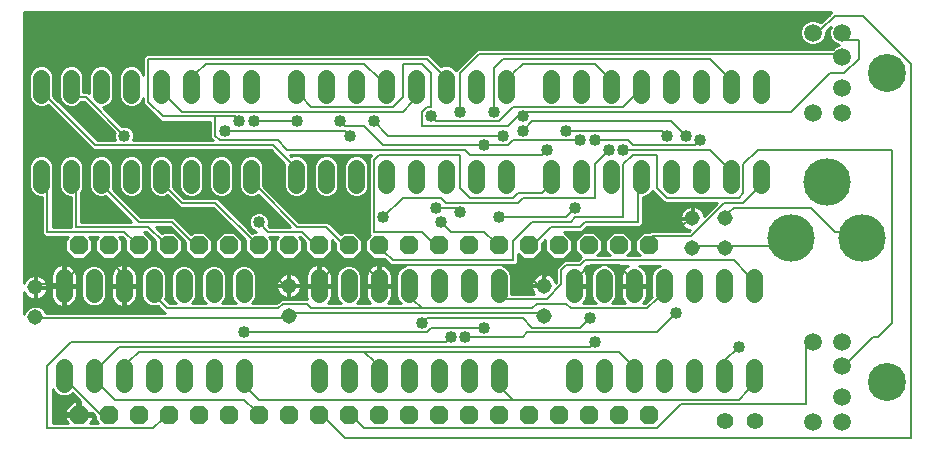
<source format=gbl>
G75*
G70*
%OFA0B0*%
%FSLAX24Y24*%
%IPPOS*%
%LPD*%
%AMOC8*
5,1,8,0,0,1.08239X$1,22.5*
%
%ADD10OC8,0.0630*%
%ADD11C,0.0560*%
%ADD12C,0.0516*%
%ADD13C,0.0594*%
%ADD14C,0.1266*%
%ADD15C,0.1580*%
%ADD16C,0.0560*%
%ADD17C,0.0080*%
%ADD18C,0.0400*%
%ADD19C,0.0100*%
D10*
X002151Y001806D03*
X003151Y001806D03*
X004151Y001806D03*
X005151Y001806D03*
X006151Y001806D03*
X007151Y001806D03*
X008151Y001806D03*
X009151Y001806D03*
X010151Y001806D03*
X011151Y001806D03*
X012151Y001806D03*
X013151Y001806D03*
X014151Y001806D03*
X015151Y001806D03*
X016151Y001806D03*
X017151Y001806D03*
X018151Y001806D03*
X019151Y001806D03*
X020151Y001806D03*
X021151Y001806D03*
X021151Y007456D03*
X020151Y007456D03*
X019151Y007456D03*
X018151Y007456D03*
X017151Y007456D03*
X016151Y007456D03*
X015151Y007456D03*
X014151Y007456D03*
X013151Y007456D03*
X012151Y007456D03*
X011151Y007456D03*
X010151Y007456D03*
X009151Y007456D03*
X008151Y007456D03*
X007151Y007456D03*
X006151Y007456D03*
X005151Y007456D03*
X004151Y007456D03*
X003151Y007456D03*
X002151Y007456D03*
D11*
X001651Y006386D02*
X001651Y005826D01*
X002651Y005826D02*
X002651Y006386D01*
X003651Y006386D02*
X003651Y005826D01*
X004651Y005826D02*
X004651Y006386D01*
X005651Y006386D02*
X005651Y005826D01*
X006651Y005826D02*
X006651Y006386D01*
X007651Y006386D02*
X007651Y005826D01*
X010151Y005826D02*
X010151Y006386D01*
X011151Y006386D02*
X011151Y005826D01*
X012151Y005826D02*
X012151Y006386D01*
X013151Y006386D02*
X013151Y005826D01*
X014151Y005826D02*
X014151Y006386D01*
X015151Y006386D02*
X015151Y005826D01*
X016151Y005826D02*
X016151Y006386D01*
X018651Y006386D02*
X018651Y005826D01*
X019651Y005826D02*
X019651Y006386D01*
X020651Y006386D02*
X020651Y005826D01*
X021651Y005826D02*
X021651Y006386D01*
X022651Y006386D02*
X022651Y005826D01*
X023651Y005826D02*
X023651Y006386D01*
X024651Y006386D02*
X024651Y005826D01*
X024651Y003386D02*
X024651Y002826D01*
X023651Y002826D02*
X023651Y003386D01*
X022651Y003386D02*
X022651Y002826D01*
X021651Y002826D02*
X021651Y003386D01*
X020651Y003386D02*
X020651Y002826D01*
X019651Y002826D02*
X019651Y003386D01*
X018651Y003386D02*
X018651Y002826D01*
X016151Y002826D02*
X016151Y003386D01*
X015151Y003386D02*
X015151Y002826D01*
X014151Y002826D02*
X014151Y003386D01*
X013151Y003386D02*
X013151Y002826D01*
X012151Y002826D02*
X012151Y003386D01*
X011151Y003386D02*
X011151Y002826D01*
X010151Y002826D02*
X010151Y003386D01*
X007651Y003386D02*
X007651Y002826D01*
X006651Y002826D02*
X006651Y003386D01*
X005651Y003386D02*
X005651Y002826D01*
X004651Y002826D02*
X004651Y003386D01*
X003651Y003386D02*
X003651Y002826D01*
X002651Y002826D02*
X002651Y003386D01*
X001651Y003386D02*
X001651Y002826D01*
X001901Y009476D02*
X001901Y010036D01*
X000901Y010036D02*
X000901Y009476D01*
X002901Y009476D02*
X002901Y010036D01*
X003901Y010036D02*
X003901Y009476D01*
X004901Y009476D02*
X004901Y010036D01*
X005901Y010036D02*
X005901Y009476D01*
X006901Y009476D02*
X006901Y010036D01*
X007901Y010036D02*
X007901Y009476D01*
X009401Y009476D02*
X009401Y010036D01*
X010401Y010036D02*
X010401Y009476D01*
X011401Y009476D02*
X011401Y010036D01*
X012401Y010036D02*
X012401Y009476D01*
X013401Y009476D02*
X013401Y010036D01*
X014401Y010036D02*
X014401Y009476D01*
X015401Y009476D02*
X015401Y010036D01*
X016401Y010036D02*
X016401Y009476D01*
X017901Y009476D02*
X017901Y010036D01*
X018901Y010036D02*
X018901Y009476D01*
X019901Y009476D02*
X019901Y010036D01*
X020901Y010036D02*
X020901Y009476D01*
X021901Y009476D02*
X021901Y010036D01*
X022901Y010036D02*
X022901Y009476D01*
X023901Y009476D02*
X023901Y010036D01*
X024901Y010036D02*
X024901Y009476D01*
X024901Y012476D02*
X024901Y013036D01*
X023901Y013036D02*
X023901Y012476D01*
X022901Y012476D02*
X022901Y013036D01*
X021901Y013036D02*
X021901Y012476D01*
X020901Y012476D02*
X020901Y013036D01*
X019901Y013036D02*
X019901Y012476D01*
X018901Y012476D02*
X018901Y013036D01*
X017901Y013036D02*
X017901Y012476D01*
X016401Y012476D02*
X016401Y013036D01*
X015401Y013036D02*
X015401Y012476D01*
X014401Y012476D02*
X014401Y013036D01*
X013401Y013036D02*
X013401Y012476D01*
X012401Y012476D02*
X012401Y013036D01*
X011401Y013036D02*
X011401Y012476D01*
X010401Y012476D02*
X010401Y013036D01*
X009401Y013036D02*
X009401Y012476D01*
X007901Y012476D02*
X007901Y013036D01*
X006901Y013036D02*
X006901Y012476D01*
X005901Y012476D02*
X005901Y013036D01*
X004901Y013036D02*
X004901Y012476D01*
X003901Y012476D02*
X003901Y013036D01*
X002901Y013036D02*
X002901Y012476D01*
X001901Y012476D02*
X001901Y013036D01*
X000901Y013036D02*
X000901Y012476D01*
D12*
X000701Y006056D03*
X000701Y005056D03*
X009151Y005106D03*
X009151Y006106D03*
X017651Y006106D03*
X017651Y005106D03*
X022601Y007356D03*
X023701Y007356D03*
X023701Y008356D03*
X022601Y008356D03*
D13*
X026620Y011867D03*
X027605Y011867D03*
X027605Y012694D03*
X027605Y013717D03*
X027605Y014544D03*
X026620Y014544D03*
X026620Y004244D03*
X027605Y004244D03*
X027605Y003417D03*
X027605Y002394D03*
X027605Y001567D03*
X026620Y001567D03*
D14*
X029101Y002906D03*
X029101Y013206D03*
D15*
X027089Y009556D03*
X028270Y007706D03*
X025907Y007706D03*
D16*
X024701Y001606D03*
X023701Y001606D03*
D17*
X004631Y001346D02*
X001111Y001346D01*
X001111Y003426D01*
X001911Y004226D01*
X014391Y004226D01*
X014551Y004386D01*
X015031Y004386D02*
X016951Y004386D01*
X017111Y004546D01*
X021431Y004546D01*
X022071Y005186D01*
X021431Y005666D02*
X021651Y006106D01*
X021431Y005666D02*
X021111Y005346D01*
X018551Y005346D01*
X018391Y005506D01*
X017431Y005506D01*
X017271Y005346D01*
X013591Y005346D01*
X009911Y005346D01*
X009751Y005506D01*
X008951Y005506D01*
X008791Y005346D01*
X005111Y005346D01*
X004791Y005666D01*
X004651Y006106D01*
X003651Y006106D02*
X003511Y006626D01*
X003351Y006786D01*
X008311Y006786D01*
X008951Y006146D01*
X009151Y006106D01*
X010151Y006106D02*
X010391Y006466D01*
X010711Y006786D01*
X011671Y006786D01*
X016791Y006786D01*
X017431Y006146D01*
X017651Y006106D01*
X017591Y006306D01*
X018231Y006946D01*
X018711Y006946D01*
X018711Y007746D01*
X018871Y007906D01*
X019031Y007906D01*
X019191Y008066D01*
X022231Y008066D01*
X022391Y008226D01*
X022601Y008356D01*
X022551Y007746D02*
X021271Y007746D01*
X021151Y007456D01*
X020471Y006466D02*
X020151Y006786D01*
X019191Y006786D01*
X018871Y006466D01*
X018651Y006106D01*
X018231Y006146D02*
X018231Y006626D01*
X018391Y006786D01*
X018871Y006786D01*
X019031Y006946D01*
X023991Y006946D01*
X024471Y006466D01*
X024651Y006106D01*
X023831Y007426D02*
X023701Y007356D01*
X023511Y007426D01*
X022711Y007426D01*
X022601Y007356D01*
X022551Y007746D02*
X023671Y008866D01*
X024311Y008866D01*
X024791Y009346D01*
X024901Y009756D01*
X024311Y010146D02*
X024311Y009186D01*
X024151Y009026D01*
X021751Y009026D01*
X021431Y009346D01*
X021431Y010466D01*
X020631Y010466D01*
X020311Y010146D01*
X020311Y008386D01*
X018711Y008386D01*
X018551Y008226D01*
X017271Y008226D01*
X016631Y007586D01*
X016631Y006946D01*
X012631Y006946D01*
X012311Y007266D01*
X012151Y007456D01*
X011991Y007906D02*
X013591Y007906D01*
X013911Y007586D01*
X014151Y007456D01*
X014551Y007906D02*
X015671Y007906D01*
X015991Y007586D01*
X016151Y007456D01*
X017151Y007456D02*
X017431Y007586D01*
X017911Y008066D01*
X018871Y008066D01*
X019031Y008226D01*
X020791Y008226D01*
X020791Y009346D01*
X020901Y009756D01*
X020311Y010626D02*
X023191Y010626D01*
X023671Y010146D01*
X023901Y009756D01*
X024311Y010146D02*
X024791Y010626D01*
X029271Y010626D01*
X029271Y004866D01*
X028791Y004386D01*
X028631Y004386D01*
X027831Y003586D01*
X027605Y003417D01*
X026620Y004244D02*
X026391Y004066D01*
X026391Y002146D01*
X022231Y002146D01*
X021431Y001346D01*
X011671Y001346D01*
X011351Y001666D01*
X011151Y001806D01*
X010391Y001666D02*
X010151Y001806D01*
X010391Y001666D02*
X011031Y001026D01*
X029911Y001026D01*
X029911Y013506D01*
X028311Y015106D01*
X027351Y015106D01*
X026871Y014626D01*
X026620Y014544D01*
X027605Y014544D02*
X027671Y014306D01*
X028151Y014306D01*
X028151Y013666D01*
X027671Y013186D01*
X027191Y013186D01*
X025911Y011906D01*
X017111Y011906D01*
X016951Y011746D01*
X016791Y011746D01*
X016471Y011426D01*
X013591Y011426D01*
X013591Y011906D01*
X013751Y012066D01*
X013911Y012066D01*
X013911Y013186D01*
X013591Y013506D01*
X012951Y013506D01*
X012951Y012386D01*
X012631Y012066D01*
X009911Y012066D01*
X009591Y012386D01*
X009401Y012756D01*
X007511Y011586D02*
X007351Y011746D01*
X006711Y011746D01*
X006711Y011106D01*
X006871Y010946D01*
X008791Y010946D01*
X009111Y010626D01*
X015031Y010626D01*
X015191Y010466D01*
X017591Y010466D01*
X017751Y010626D01*
X016631Y010946D02*
X016471Y010786D01*
X015671Y010786D01*
X012311Y010786D01*
X011671Y011426D01*
X011031Y011426D01*
X010871Y011586D01*
X011031Y011266D02*
X007031Y011266D01*
X006711Y011746D02*
X004951Y011746D01*
X004471Y012226D01*
X004471Y013666D01*
X013751Y013666D01*
X014231Y013186D01*
X014401Y012756D01*
X014871Y013186D02*
X014871Y011906D01*
X014071Y011586D02*
X013911Y011746D01*
X014071Y011586D02*
X016151Y011586D01*
X016631Y012066D01*
X020311Y012066D01*
X020631Y012386D01*
X020901Y012756D01*
X019901Y012756D02*
X019671Y013186D01*
X019351Y013506D01*
X016951Y013506D01*
X016631Y013186D01*
X016401Y012756D01*
X015991Y013346D02*
X015991Y011906D01*
X016951Y011266D02*
X017271Y011586D01*
X021911Y011586D01*
X022391Y011106D01*
X022711Y010786D02*
X022871Y010946D01*
X022711Y010786D02*
X020631Y010786D01*
X020471Y010946D01*
X019351Y010946D01*
X018871Y010946D02*
X016631Y010946D01*
X016311Y011106D02*
X012471Y011106D01*
X011991Y011586D01*
X011191Y011106D02*
X011031Y011266D01*
X011991Y010306D02*
X012151Y010466D01*
X014871Y010466D01*
X014871Y009346D01*
X015191Y009026D01*
X016631Y009026D01*
X016791Y009186D01*
X017591Y009186D01*
X017751Y009346D01*
X017901Y009756D01*
X016951Y009026D02*
X016791Y008866D01*
X014391Y008866D01*
X014231Y009026D01*
X012951Y009026D01*
X012311Y008386D01*
X011991Y007906D02*
X011991Y010306D01*
X009401Y009756D02*
X009271Y010146D01*
X008631Y010786D01*
X002711Y010786D01*
X001111Y012386D01*
X000901Y012756D01*
X001901Y012756D02*
X002071Y012386D01*
X002391Y012386D01*
X003671Y011106D01*
X005111Y012386D02*
X005591Y011906D01*
X012951Y011906D01*
X013271Y012226D01*
X013401Y012756D01*
X012401Y012756D02*
X012151Y013026D01*
X011671Y013506D01*
X006391Y013506D01*
X006071Y013186D01*
X005901Y012756D01*
X005111Y012386D02*
X004901Y012756D01*
X007991Y011586D02*
X009431Y011586D01*
X007901Y009756D02*
X008151Y009346D01*
X009431Y008066D01*
X010391Y008066D01*
X010871Y007586D01*
X011151Y007456D01*
X011671Y006786D02*
X011991Y006466D01*
X012151Y006106D01*
X013151Y006106D02*
X013271Y005666D01*
X013591Y005346D01*
X013751Y005026D02*
X013591Y004866D01*
X013751Y005026D02*
X016951Y005026D01*
X017271Y004706D01*
X018871Y004706D01*
X019191Y005026D01*
X019351Y004226D02*
X019191Y004066D01*
X003511Y004066D01*
X002871Y003426D01*
X002651Y003106D01*
X002871Y002786D01*
X003351Y002306D01*
X007671Y002306D01*
X007991Y001986D01*
X008151Y001806D01*
X008151Y002306D02*
X016631Y002306D01*
X024151Y002306D01*
X024471Y002626D01*
X024651Y003106D01*
X023651Y003106D02*
X023671Y003586D01*
X024151Y004066D01*
X020651Y003106D02*
X020471Y003586D01*
X020151Y003906D01*
X011671Y003906D01*
X011991Y003586D01*
X012151Y003106D01*
X011671Y003906D02*
X004151Y003906D01*
X003831Y003586D01*
X003651Y003106D01*
X002871Y001826D02*
X001911Y002786D01*
X001651Y003106D01*
X002871Y001826D02*
X003151Y001806D01*
X004631Y001346D02*
X004951Y001666D01*
X005151Y001806D01*
X007831Y002626D02*
X007651Y003106D01*
X007831Y002626D02*
X008151Y002306D01*
X007671Y004546D02*
X013751Y004546D01*
X013911Y004706D01*
X015671Y004706D01*
X017431Y005186D02*
X017651Y005106D01*
X017431Y005186D02*
X009271Y005186D01*
X009151Y005106D01*
X008951Y005026D01*
X000951Y005026D01*
X000701Y005056D01*
X000701Y006056D02*
X000951Y006146D01*
X001431Y006146D01*
X001651Y006106D01*
X001911Y006466D01*
X002231Y006786D01*
X003351Y006786D01*
X003991Y007586D02*
X004151Y007456D01*
X003991Y007586D02*
X003671Y007906D01*
X001111Y007906D01*
X001111Y009346D01*
X000901Y009756D01*
X001901Y009756D02*
X002071Y009346D01*
X002071Y008066D01*
X004471Y008066D01*
X004951Y007586D01*
X005151Y007456D01*
X005911Y007586D02*
X006151Y007456D01*
X005911Y007586D02*
X005271Y008226D01*
X004151Y008226D01*
X003031Y009346D01*
X002901Y009756D01*
X004901Y009756D02*
X005111Y009346D01*
X005591Y008866D01*
X006711Y008866D01*
X007991Y007586D01*
X008151Y007456D01*
X008471Y007906D02*
X009591Y007906D01*
X009911Y007586D01*
X010151Y007456D01*
X008471Y007906D02*
X008151Y008226D01*
X014071Y008706D02*
X014711Y008706D01*
X014871Y008546D01*
X014231Y008226D02*
X014551Y007906D01*
X016151Y008386D02*
X018391Y008386D01*
X018711Y008706D01*
X019351Y009026D02*
X016951Y009026D01*
X019351Y009026D02*
X019351Y010146D01*
X019831Y010626D01*
X018391Y011266D02*
X021591Y011266D01*
X021751Y011106D01*
X023901Y012756D02*
X023671Y013186D01*
X023191Y013666D01*
X016311Y013666D01*
X015991Y013346D01*
X015511Y013826D02*
X014871Y013186D01*
X015511Y013826D02*
X027351Y013826D01*
X027605Y013717D01*
X026551Y008706D02*
X023991Y008706D01*
X023831Y008546D01*
X023701Y008356D01*
X023831Y007426D02*
X025271Y007426D01*
X025907Y007706D01*
X026551Y008706D02*
X027351Y007906D01*
X027511Y007906D01*
X028270Y007706D01*
X020651Y006106D02*
X020471Y006466D01*
X018231Y006146D02*
X017751Y005666D01*
X016311Y005666D01*
X016151Y006106D01*
X016151Y003106D02*
X016311Y002626D01*
X016631Y002306D01*
D18*
X019351Y004226D03*
X019191Y005026D03*
X022071Y005186D03*
X024151Y004066D03*
X015671Y004706D03*
X015031Y004386D03*
X014551Y004386D03*
X013591Y004866D03*
X007671Y004546D03*
X008151Y008226D03*
X012311Y008386D03*
X014071Y008706D03*
X014871Y008546D03*
X014231Y008226D03*
X016151Y008386D03*
X018711Y008706D03*
X017751Y010626D03*
X018391Y011266D03*
X018871Y010946D03*
X019351Y010946D03*
X019831Y010626D03*
X020311Y010626D03*
X021751Y011106D03*
X022391Y011106D03*
X022871Y010946D03*
X016951Y011266D03*
X016311Y011106D03*
X015671Y010786D03*
X016951Y011746D03*
X015991Y011906D03*
X014871Y011906D03*
X013911Y011746D03*
X011991Y011586D03*
X011191Y011106D03*
X010871Y011586D03*
X009431Y011586D03*
X007991Y011586D03*
X007511Y011586D03*
X007031Y011266D03*
X003671Y011106D03*
D19*
X003969Y011250D02*
X006541Y011250D01*
X006541Y011348D02*
X003895Y011348D01*
X003858Y011385D02*
X003737Y011435D01*
X003606Y011435D01*
X003589Y011428D01*
X002951Y012066D01*
X002983Y012066D01*
X003133Y012128D01*
X003249Y012243D01*
X003311Y012394D01*
X003311Y013117D01*
X003249Y013268D01*
X003133Y013383D01*
X002983Y013445D01*
X002820Y013445D01*
X002669Y013383D01*
X002554Y013268D01*
X002491Y013117D01*
X002491Y012526D01*
X002462Y012555D01*
X002311Y012555D01*
X002311Y013117D01*
X002249Y013268D01*
X002133Y013383D01*
X001983Y013445D01*
X001820Y013445D01*
X001669Y013383D01*
X001554Y013268D01*
X001491Y013117D01*
X001491Y012394D01*
X001554Y012243D01*
X001669Y012128D01*
X001820Y012066D01*
X001983Y012066D01*
X002133Y012128D01*
X002221Y012216D01*
X002321Y012216D01*
X003348Y011188D01*
X003341Y011171D01*
X003341Y011040D01*
X003376Y010955D01*
X002782Y010955D01*
X001311Y012426D01*
X001311Y013117D01*
X001249Y013268D01*
X001133Y013383D01*
X000983Y013445D01*
X000820Y013445D01*
X000669Y013383D01*
X000554Y013268D01*
X000491Y013117D01*
X000491Y012394D01*
X000554Y012243D01*
X000669Y012128D01*
X000820Y012066D01*
X000983Y012066D01*
X001130Y012126D01*
X002641Y010616D01*
X002782Y010616D01*
X008561Y010616D01*
X009011Y010165D01*
X008991Y010117D01*
X008991Y009394D01*
X009054Y009243D01*
X009169Y009128D01*
X009320Y009066D01*
X009483Y009066D01*
X009633Y009128D01*
X009749Y009243D01*
X009811Y009394D01*
X009811Y010117D01*
X009749Y010268D01*
X009633Y010383D01*
X009483Y010445D01*
X009320Y010445D01*
X009243Y010414D01*
X009201Y010456D01*
X011901Y010456D01*
X011821Y010376D01*
X011821Y007976D01*
X011821Y007835D01*
X011861Y007795D01*
X011706Y007640D01*
X011706Y007271D01*
X011967Y007011D01*
X012326Y007011D01*
X012561Y006776D01*
X012702Y006776D01*
X013021Y006776D01*
X012919Y006733D01*
X012804Y006618D01*
X012520Y006618D01*
X012516Y006629D02*
X012395Y006750D01*
X012237Y006815D01*
X012521Y006815D01*
X012428Y006717D02*
X012903Y006717D01*
X012804Y006618D02*
X012741Y006467D01*
X012741Y005744D01*
X012804Y005593D01*
X012881Y005515D01*
X012449Y005515D01*
X012516Y005582D01*
X012581Y005740D01*
X012581Y006075D01*
X012181Y006075D01*
X012181Y006136D01*
X012121Y006136D01*
X012121Y006815D01*
X012181Y006815D01*
X012181Y006136D01*
X012581Y006136D01*
X012581Y006471D01*
X012516Y006629D01*
X012561Y006520D02*
X012763Y006520D01*
X012741Y006421D02*
X012581Y006421D01*
X012581Y006322D02*
X012741Y006322D01*
X012741Y006224D02*
X012581Y006224D01*
X012741Y006125D02*
X012181Y006125D01*
X012121Y006125D02*
X011561Y006125D01*
X011561Y006027D02*
X011721Y006027D01*
X011721Y006075D02*
X011721Y005740D01*
X011787Y005582D01*
X011853Y005515D01*
X011421Y005515D01*
X011499Y005593D01*
X011561Y005744D01*
X011561Y006467D01*
X011499Y006618D01*
X011383Y006733D01*
X011233Y006795D01*
X011070Y006795D01*
X010919Y006733D01*
X010804Y006618D01*
X010520Y006618D01*
X010516Y006629D02*
X010395Y006750D01*
X010237Y006815D01*
X012065Y006815D01*
X012066Y006815D02*
X011908Y006750D01*
X011787Y006629D01*
X011721Y006471D01*
X011721Y006136D01*
X012121Y006136D01*
X012121Y006075D01*
X011721Y006075D01*
X011721Y005928D02*
X011561Y005928D01*
X011561Y005830D02*
X011721Y005830D01*
X011725Y005731D02*
X011556Y005731D01*
X011515Y005633D02*
X011766Y005633D01*
X011834Y005534D02*
X011440Y005534D01*
X010881Y005515D02*
X010449Y005515D01*
X010516Y005582D01*
X010581Y005740D01*
X010581Y006075D01*
X010181Y006075D01*
X010181Y006136D01*
X010121Y006136D01*
X010121Y006815D01*
X010181Y006815D01*
X010181Y006136D01*
X010581Y006136D01*
X010581Y006471D01*
X010516Y006629D01*
X010561Y006520D02*
X010763Y006520D01*
X010741Y006467D02*
X010741Y005744D01*
X010804Y005593D01*
X010881Y005515D01*
X010863Y005534D02*
X010468Y005534D01*
X010537Y005633D02*
X010787Y005633D01*
X010746Y005731D02*
X010578Y005731D01*
X010581Y005830D02*
X010741Y005830D01*
X010741Y005928D02*
X010581Y005928D01*
X010581Y006027D02*
X010741Y006027D01*
X010741Y006125D02*
X010181Y006125D01*
X010121Y006125D02*
X009559Y006125D01*
X009559Y006124D02*
X009559Y006187D01*
X009497Y006336D01*
X009382Y006451D01*
X009232Y006513D01*
X009170Y006513D01*
X009170Y006125D01*
X009132Y006125D01*
X009132Y006513D01*
X009070Y006513D01*
X008920Y006451D01*
X008805Y006336D01*
X008743Y006187D01*
X008743Y006124D01*
X009132Y006124D01*
X009132Y006087D01*
X008743Y006087D01*
X008743Y006024D01*
X008805Y005874D01*
X008920Y005760D01*
X009070Y005698D01*
X009132Y005698D01*
X009132Y006086D01*
X009170Y006086D01*
X009170Y005698D01*
X009232Y005698D01*
X009382Y005760D01*
X009497Y005874D01*
X009559Y006024D01*
X009559Y006087D01*
X009170Y006087D01*
X009170Y006124D01*
X009559Y006124D01*
X009559Y006027D02*
X009721Y006027D01*
X009721Y006075D02*
X009721Y005740D01*
X009748Y005675D01*
X009681Y005675D01*
X008881Y005675D01*
X008781Y005576D01*
X008721Y005515D01*
X007921Y005515D01*
X007999Y005593D01*
X008061Y005744D01*
X008061Y006467D01*
X007999Y006618D01*
X007883Y006733D01*
X007733Y006795D01*
X007570Y006795D01*
X007419Y006733D01*
X007304Y006618D01*
X006998Y006618D01*
X006999Y006618D02*
X006883Y006733D01*
X006733Y006795D01*
X006570Y006795D01*
X006419Y006733D01*
X006304Y006618D01*
X005998Y006618D01*
X005999Y006618D02*
X005883Y006733D01*
X005733Y006795D01*
X005570Y006795D01*
X005419Y006733D01*
X005304Y006618D01*
X004998Y006618D01*
X004999Y006618D02*
X004883Y006733D01*
X004733Y006795D01*
X004570Y006795D01*
X004419Y006733D01*
X004304Y006618D01*
X004020Y006618D01*
X004016Y006629D02*
X003895Y006750D01*
X003737Y006815D01*
X010065Y006815D01*
X010066Y006815D02*
X009908Y006750D01*
X009787Y006629D01*
X009721Y006471D01*
X009721Y006136D01*
X010121Y006136D01*
X010121Y006075D01*
X009721Y006075D01*
X009721Y005928D02*
X009519Y005928D01*
X009452Y005830D02*
X009721Y005830D01*
X009725Y005731D02*
X009313Y005731D01*
X009170Y005731D02*
X009132Y005731D01*
X009132Y005830D02*
X009170Y005830D01*
X009170Y005928D02*
X009132Y005928D01*
X009132Y006027D02*
X009170Y006027D01*
X009170Y006125D02*
X009132Y006125D01*
X009132Y006224D02*
X009170Y006224D01*
X009170Y006322D02*
X009132Y006322D01*
X009132Y006421D02*
X009170Y006421D01*
X009412Y006421D02*
X009721Y006421D01*
X009721Y006322D02*
X009503Y006322D01*
X009544Y006224D02*
X009721Y006224D01*
X010121Y006224D02*
X010181Y006224D01*
X010181Y006322D02*
X010121Y006322D01*
X010121Y006421D02*
X010181Y006421D01*
X010181Y006520D02*
X010121Y006520D01*
X010121Y006618D02*
X010181Y006618D01*
X010181Y006717D02*
X010121Y006717D01*
X010121Y006815D02*
X010066Y006815D01*
X010181Y006815D02*
X010237Y006815D01*
X010428Y006717D02*
X010903Y006717D01*
X010804Y006618D02*
X010741Y006467D01*
X010741Y006421D02*
X010581Y006421D01*
X010581Y006322D02*
X010741Y006322D01*
X010741Y006224D02*
X010581Y006224D01*
X009874Y006717D02*
X007900Y006717D01*
X007998Y006618D02*
X009782Y006618D01*
X009741Y006520D02*
X008039Y006520D01*
X008061Y006421D02*
X008890Y006421D01*
X008800Y006322D02*
X008061Y006322D01*
X008061Y006224D02*
X008759Y006224D01*
X008743Y006125D02*
X008061Y006125D01*
X008061Y006027D02*
X008743Y006027D01*
X008783Y005928D02*
X008061Y005928D01*
X008061Y005830D02*
X008850Y005830D01*
X008989Y005731D02*
X008056Y005731D01*
X008015Y005633D02*
X008838Y005633D01*
X008739Y005534D02*
X007940Y005534D01*
X007381Y005515D02*
X006921Y005515D01*
X006999Y005593D01*
X007061Y005744D01*
X007061Y006467D01*
X006999Y006618D01*
X007039Y006520D02*
X007263Y006520D01*
X007241Y006467D02*
X007241Y005744D01*
X007304Y005593D01*
X007381Y005515D01*
X007363Y005534D02*
X006940Y005534D01*
X007015Y005633D02*
X007287Y005633D01*
X007246Y005731D02*
X007056Y005731D01*
X007061Y005830D02*
X007241Y005830D01*
X007241Y005928D02*
X007061Y005928D01*
X007061Y006027D02*
X007241Y006027D01*
X007241Y006125D02*
X007061Y006125D01*
X007061Y006224D02*
X007241Y006224D01*
X007241Y006322D02*
X007061Y006322D01*
X007061Y006421D02*
X007241Y006421D01*
X007241Y006467D02*
X007304Y006618D01*
X007403Y006717D02*
X006900Y006717D01*
X006403Y006717D02*
X005900Y006717D01*
X005999Y006618D02*
X006061Y006467D01*
X006061Y005744D01*
X005999Y005593D01*
X005921Y005515D01*
X006381Y005515D01*
X006304Y005593D01*
X006241Y005744D01*
X006241Y006467D01*
X006304Y006618D01*
X006263Y006520D02*
X006039Y006520D01*
X006061Y006421D02*
X006241Y006421D01*
X006241Y006322D02*
X006061Y006322D01*
X006061Y006224D02*
X006241Y006224D01*
X006241Y006125D02*
X006061Y006125D01*
X006061Y006027D02*
X006241Y006027D01*
X006241Y005928D02*
X006061Y005928D01*
X006061Y005830D02*
X006241Y005830D01*
X006246Y005731D02*
X006056Y005731D01*
X006015Y005633D02*
X006287Y005633D01*
X006363Y005534D02*
X005940Y005534D01*
X005381Y005515D02*
X005182Y005515D01*
X005029Y005668D01*
X005061Y005744D01*
X005061Y006467D01*
X004999Y006618D01*
X005039Y006520D02*
X005263Y006520D01*
X005241Y006467D02*
X005241Y005744D01*
X005304Y005593D01*
X005381Y005515D01*
X005363Y005534D02*
X005163Y005534D01*
X005064Y005633D02*
X005287Y005633D01*
X005246Y005731D02*
X005056Y005731D01*
X005061Y005830D02*
X005241Y005830D01*
X005241Y005928D02*
X005061Y005928D01*
X005061Y006027D02*
X005241Y006027D01*
X005241Y006125D02*
X005061Y006125D01*
X005061Y006224D02*
X005241Y006224D01*
X005241Y006322D02*
X005061Y006322D01*
X005061Y006421D02*
X005241Y006421D01*
X005241Y006467D02*
X005304Y006618D01*
X005403Y006717D02*
X004900Y006717D01*
X004967Y007011D02*
X005335Y007011D01*
X005596Y007271D01*
X005596Y007640D01*
X005335Y007900D01*
X004967Y007900D01*
X004922Y007855D01*
X004721Y008056D01*
X005201Y008056D01*
X005706Y007550D01*
X005706Y007271D01*
X005967Y007011D01*
X006335Y007011D01*
X006596Y007271D01*
X006596Y007640D01*
X006335Y007900D01*
X005967Y007900D01*
X005902Y007835D01*
X005342Y008395D01*
X005201Y008395D01*
X004222Y008395D01*
X003285Y009332D01*
X003311Y009394D01*
X003311Y010117D01*
X003249Y010268D01*
X003133Y010383D01*
X002983Y010445D01*
X002820Y010445D01*
X002669Y010383D01*
X002554Y010268D01*
X002491Y010117D01*
X002491Y009394D01*
X002554Y009243D01*
X002669Y009128D01*
X002820Y009066D01*
X002983Y009066D01*
X003045Y009091D01*
X003901Y008235D01*
X002241Y008235D01*
X002241Y009236D01*
X002249Y009243D01*
X002311Y009394D01*
X002311Y010117D01*
X002249Y010268D01*
X002133Y010383D01*
X001983Y010445D01*
X001820Y010445D01*
X001669Y010383D01*
X001554Y010268D01*
X001491Y010117D01*
X001491Y009394D01*
X001554Y009243D01*
X001669Y009128D01*
X001820Y009066D01*
X001901Y009066D01*
X001901Y008075D01*
X001281Y008075D01*
X001281Y009319D01*
X001285Y009331D01*
X001311Y009394D01*
X001311Y010117D01*
X001249Y010268D01*
X001133Y010383D01*
X000983Y010445D01*
X000820Y010445D01*
X000669Y010383D01*
X000554Y010268D01*
X000491Y010117D01*
X000491Y009394D01*
X000554Y009243D01*
X000669Y009128D01*
X000820Y009066D01*
X000941Y009066D01*
X000941Y007976D01*
X000941Y007835D01*
X001041Y007736D01*
X001802Y007736D01*
X001706Y007640D01*
X001706Y007271D01*
X001967Y007011D01*
X002335Y007011D01*
X002596Y007271D01*
X002596Y007640D01*
X002500Y007736D01*
X002802Y007736D01*
X002706Y007640D01*
X002706Y007271D01*
X002967Y007011D01*
X003335Y007011D01*
X003596Y007271D01*
X003596Y007640D01*
X003500Y007736D01*
X003601Y007736D01*
X003706Y007630D01*
X003706Y007271D01*
X003967Y007011D01*
X004335Y007011D01*
X004596Y007271D01*
X004596Y007640D01*
X004340Y007896D01*
X004401Y007896D01*
X004706Y007590D01*
X004706Y007271D01*
X004967Y007011D01*
X004965Y007012D02*
X004337Y007012D01*
X004436Y007111D02*
X004867Y007111D01*
X004768Y007209D02*
X004534Y007209D01*
X004596Y007308D02*
X004706Y007308D01*
X004706Y007406D02*
X004596Y007406D01*
X004596Y007505D02*
X004706Y007505D01*
X004693Y007604D02*
X004596Y007604D01*
X004594Y007702D02*
X004534Y007702D01*
X004496Y007801D02*
X004435Y007801D01*
X004779Y007998D02*
X005259Y007998D01*
X005337Y007899D02*
X005357Y007899D01*
X005435Y007801D02*
X005456Y007801D01*
X005534Y007702D02*
X005554Y007702D01*
X005596Y007604D02*
X005653Y007604D01*
X005706Y007505D02*
X005596Y007505D01*
X005596Y007406D02*
X005706Y007406D01*
X005706Y007308D02*
X005596Y007308D01*
X005534Y007209D02*
X005768Y007209D01*
X005867Y007111D02*
X005436Y007111D01*
X005337Y007012D02*
X005965Y007012D01*
X006337Y007012D02*
X006965Y007012D01*
X006967Y007011D02*
X007335Y007011D01*
X007596Y007271D01*
X007596Y007640D01*
X007335Y007900D01*
X006967Y007900D01*
X006706Y007640D01*
X006706Y007271D01*
X006967Y007011D01*
X006867Y007111D02*
X006436Y007111D01*
X006534Y007209D02*
X006768Y007209D01*
X006706Y007308D02*
X006596Y007308D01*
X006596Y007406D02*
X006706Y007406D01*
X006706Y007505D02*
X006596Y007505D01*
X006596Y007604D02*
X006706Y007604D01*
X006768Y007702D02*
X006534Y007702D01*
X006435Y007801D02*
X006867Y007801D01*
X006966Y007899D02*
X006337Y007899D01*
X005966Y007899D02*
X005838Y007899D01*
X005739Y007998D02*
X007339Y007998D01*
X007337Y007899D02*
X007437Y007899D01*
X007435Y007801D02*
X007536Y007801D01*
X007534Y007702D02*
X007634Y007702D01*
X007706Y007630D02*
X007706Y007271D01*
X007967Y007011D01*
X008335Y007011D01*
X008596Y007271D01*
X008596Y007640D01*
X008500Y007736D01*
X008802Y007736D01*
X008706Y007640D01*
X008706Y007271D01*
X008967Y007011D01*
X009335Y007011D01*
X009596Y007271D01*
X009596Y007640D01*
X009500Y007736D01*
X009521Y007736D01*
X009706Y007550D01*
X009706Y007271D01*
X009967Y007011D01*
X010335Y007011D01*
X010596Y007271D01*
X010596Y007620D01*
X010706Y007510D01*
X010706Y007271D01*
X010967Y007011D01*
X011335Y007011D01*
X011596Y007271D01*
X011596Y007640D01*
X011335Y007900D01*
X010967Y007900D01*
X010882Y007815D01*
X010462Y008235D01*
X010321Y008235D01*
X009502Y008235D01*
X008311Y009426D01*
X008311Y010117D01*
X008249Y010268D01*
X008133Y010383D01*
X007983Y010445D01*
X007820Y010445D01*
X007669Y010383D01*
X007554Y010268D01*
X007491Y010117D01*
X007491Y009394D01*
X007554Y009243D01*
X007669Y009128D01*
X007820Y009066D01*
X007983Y009066D01*
X008130Y009126D01*
X009181Y008075D01*
X008542Y008075D01*
X008474Y008143D01*
X008481Y008160D01*
X008481Y008291D01*
X008431Y008412D01*
X008338Y008505D01*
X008217Y008555D01*
X008086Y008555D01*
X007964Y008505D01*
X007871Y008412D01*
X007821Y008291D01*
X007821Y008160D01*
X007871Y008039D01*
X007964Y007946D01*
X008074Y007900D01*
X007967Y007900D01*
X007942Y007875D01*
X006782Y009035D01*
X006641Y009035D01*
X005662Y009035D01*
X005309Y009388D01*
X005311Y009394D01*
X005311Y010117D01*
X005249Y010268D01*
X005133Y010383D01*
X004983Y010445D01*
X004820Y010445D01*
X004669Y010383D01*
X004554Y010268D01*
X004491Y010117D01*
X004491Y009394D01*
X004554Y009243D01*
X004669Y009128D01*
X004820Y009066D01*
X004983Y009066D01*
X005102Y009115D01*
X005421Y008795D01*
X005521Y008696D01*
X006641Y008696D01*
X007706Y007630D01*
X007706Y007604D02*
X007596Y007604D01*
X007596Y007505D02*
X007706Y007505D01*
X007706Y007406D02*
X007596Y007406D01*
X007596Y007308D02*
X007706Y007308D01*
X007768Y007209D02*
X007534Y007209D01*
X007436Y007111D02*
X007867Y007111D01*
X007965Y007012D02*
X007337Y007012D01*
X008337Y007012D02*
X008965Y007012D01*
X008867Y007111D02*
X008436Y007111D01*
X008534Y007209D02*
X008768Y007209D01*
X008706Y007308D02*
X008596Y007308D01*
X008596Y007406D02*
X008706Y007406D01*
X008706Y007505D02*
X008596Y007505D01*
X008596Y007604D02*
X008706Y007604D01*
X008769Y007702D02*
X008534Y007702D01*
X007966Y007899D02*
X007918Y007899D01*
X007912Y007998D02*
X007819Y007998D01*
X007848Y008096D02*
X007721Y008096D01*
X007622Y008195D02*
X007821Y008195D01*
X007822Y008293D02*
X007524Y008293D01*
X007425Y008392D02*
X007863Y008392D01*
X007949Y008490D02*
X007327Y008490D01*
X007228Y008589D02*
X008667Y008589D01*
X008569Y008688D02*
X007130Y008688D01*
X007031Y008786D02*
X008470Y008786D01*
X008372Y008885D02*
X006932Y008885D01*
X006834Y008983D02*
X008273Y008983D01*
X008175Y009082D02*
X008022Y009082D01*
X007781Y009082D02*
X007022Y009082D01*
X006983Y009066D02*
X007133Y009128D01*
X007249Y009243D01*
X007311Y009394D01*
X007311Y010117D01*
X007249Y010268D01*
X007133Y010383D01*
X006983Y010445D01*
X006820Y010445D01*
X006669Y010383D01*
X006554Y010268D01*
X006491Y010117D01*
X006491Y009394D01*
X006554Y009243D01*
X006669Y009128D01*
X006820Y009066D01*
X006983Y009066D01*
X006781Y009082D02*
X006022Y009082D01*
X005983Y009066D02*
X006133Y009128D01*
X006249Y009243D01*
X006311Y009394D01*
X006311Y010117D01*
X006249Y010268D01*
X006133Y010383D01*
X005983Y010445D01*
X005820Y010445D01*
X005669Y010383D01*
X005554Y010268D01*
X005491Y010117D01*
X005491Y009394D01*
X005554Y009243D01*
X005669Y009128D01*
X005820Y009066D01*
X005983Y009066D01*
X005781Y009082D02*
X005615Y009082D01*
X005617Y009180D02*
X005517Y009180D01*
X005539Y009279D02*
X005418Y009279D01*
X005498Y009377D02*
X005320Y009377D01*
X005311Y009476D02*
X005491Y009476D01*
X005491Y009574D02*
X005311Y009574D01*
X005311Y009673D02*
X005491Y009673D01*
X005491Y009771D02*
X005311Y009771D01*
X005311Y009870D02*
X005491Y009870D01*
X005491Y009969D02*
X005311Y009969D01*
X005311Y010067D02*
X005491Y010067D01*
X005511Y010166D02*
X005291Y010166D01*
X005250Y010264D02*
X005552Y010264D01*
X005649Y010363D02*
X005154Y010363D01*
X004649Y010363D02*
X004154Y010363D01*
X004133Y010383D02*
X004249Y010268D01*
X004311Y010117D01*
X004311Y009394D01*
X004249Y009243D01*
X004133Y009128D01*
X003983Y009066D01*
X003820Y009066D01*
X003669Y009128D01*
X003554Y009243D01*
X003491Y009394D01*
X003491Y010117D01*
X003554Y010268D01*
X003669Y010383D01*
X003820Y010445D01*
X003983Y010445D01*
X004133Y010383D01*
X004250Y010264D02*
X004552Y010264D01*
X004511Y010166D02*
X004291Y010166D01*
X004311Y010067D02*
X004491Y010067D01*
X004491Y009969D02*
X004311Y009969D01*
X004311Y009870D02*
X004491Y009870D01*
X004491Y009771D02*
X004311Y009771D01*
X004311Y009673D02*
X004491Y009673D01*
X004491Y009574D02*
X004311Y009574D01*
X004311Y009476D02*
X004491Y009476D01*
X004498Y009377D02*
X004304Y009377D01*
X004263Y009279D02*
X004539Y009279D01*
X004617Y009180D02*
X004186Y009180D01*
X004022Y009082D02*
X004781Y009082D01*
X005022Y009082D02*
X005135Y009082D01*
X005233Y008983D02*
X003634Y008983D01*
X003732Y008885D02*
X005332Y008885D01*
X005430Y008786D02*
X003831Y008786D01*
X003930Y008688D02*
X006649Y008688D01*
X006747Y008589D02*
X004028Y008589D01*
X004127Y008490D02*
X006846Y008490D01*
X006944Y008392D02*
X005345Y008392D01*
X005444Y008293D02*
X007043Y008293D01*
X007141Y008195D02*
X005542Y008195D01*
X005641Y008096D02*
X007240Y008096D01*
X008353Y008490D02*
X008766Y008490D01*
X008864Y008392D02*
X008439Y008392D01*
X008480Y008293D02*
X008963Y008293D01*
X009061Y008195D02*
X008481Y008195D01*
X008521Y008096D02*
X009160Y008096D01*
X009444Y008293D02*
X011821Y008293D01*
X011821Y008195D02*
X010502Y008195D01*
X010601Y008096D02*
X011821Y008096D01*
X011821Y007998D02*
X010699Y007998D01*
X010798Y007899D02*
X010966Y007899D01*
X011337Y007899D02*
X011821Y007899D01*
X011856Y007801D02*
X011435Y007801D01*
X011534Y007702D02*
X011768Y007702D01*
X011706Y007604D02*
X011596Y007604D01*
X011596Y007505D02*
X011706Y007505D01*
X011706Y007406D02*
X011596Y007406D01*
X011596Y007308D02*
X011706Y007308D01*
X011768Y007209D02*
X011534Y007209D01*
X011436Y007111D02*
X011867Y007111D01*
X011965Y007012D02*
X011337Y007012D01*
X010965Y007012D02*
X010337Y007012D01*
X010436Y007111D02*
X010867Y007111D01*
X010768Y007209D02*
X010534Y007209D01*
X010596Y007308D02*
X010706Y007308D01*
X010706Y007406D02*
X010596Y007406D01*
X010596Y007505D02*
X010706Y007505D01*
X010613Y007604D02*
X010596Y007604D01*
X009867Y007111D02*
X009436Y007111D01*
X009534Y007209D02*
X009768Y007209D01*
X009706Y007308D02*
X009596Y007308D01*
X009596Y007406D02*
X009706Y007406D01*
X009706Y007505D02*
X009596Y007505D01*
X009596Y007604D02*
X009653Y007604D01*
X009554Y007702D02*
X009534Y007702D01*
X009337Y007012D02*
X009965Y007012D01*
X011400Y006717D02*
X011874Y006717D01*
X011782Y006618D02*
X011498Y006618D01*
X011539Y006520D02*
X011741Y006520D01*
X011721Y006421D02*
X011561Y006421D01*
X011561Y006322D02*
X011721Y006322D01*
X011721Y006224D02*
X011561Y006224D01*
X012121Y006224D02*
X012181Y006224D01*
X012181Y006322D02*
X012121Y006322D01*
X012121Y006421D02*
X012181Y006421D01*
X012181Y006520D02*
X012121Y006520D01*
X012121Y006618D02*
X012181Y006618D01*
X012181Y006717D02*
X012121Y006717D01*
X012121Y006815D02*
X012066Y006815D01*
X012181Y006815D02*
X012237Y006815D01*
X012423Y006914D02*
X000321Y006914D01*
X000321Y007012D02*
X001965Y007012D01*
X001867Y007111D02*
X000321Y007111D01*
X000321Y007209D02*
X001768Y007209D01*
X001706Y007308D02*
X000321Y007308D01*
X000321Y007406D02*
X001706Y007406D01*
X001706Y007505D02*
X000321Y007505D01*
X000321Y007604D02*
X001706Y007604D01*
X001769Y007702D02*
X000321Y007702D01*
X000321Y007801D02*
X000976Y007801D01*
X000941Y007899D02*
X000321Y007899D01*
X000321Y007998D02*
X000941Y007998D01*
X000941Y008096D02*
X000321Y008096D01*
X000321Y008195D02*
X000941Y008195D01*
X000941Y008293D02*
X000321Y008293D01*
X000321Y008392D02*
X000941Y008392D01*
X000941Y008490D02*
X000321Y008490D01*
X000321Y008589D02*
X000941Y008589D01*
X000941Y008688D02*
X000321Y008688D01*
X000321Y008786D02*
X000941Y008786D01*
X000941Y008885D02*
X000321Y008885D01*
X000321Y008983D02*
X000941Y008983D01*
X000781Y009082D02*
X000321Y009082D01*
X000321Y009180D02*
X000617Y009180D01*
X000539Y009279D02*
X000321Y009279D01*
X000321Y009377D02*
X000498Y009377D01*
X000491Y009476D02*
X000321Y009476D01*
X000321Y009574D02*
X000491Y009574D01*
X000491Y009673D02*
X000321Y009673D01*
X000321Y009771D02*
X000491Y009771D01*
X000491Y009870D02*
X000321Y009870D01*
X000321Y009969D02*
X000491Y009969D01*
X000491Y010067D02*
X000321Y010067D01*
X000321Y010166D02*
X000511Y010166D01*
X000552Y010264D02*
X000321Y010264D01*
X000321Y010363D02*
X000649Y010363D01*
X000321Y010461D02*
X008715Y010461D01*
X008814Y010363D02*
X008154Y010363D01*
X008250Y010264D02*
X008912Y010264D01*
X009011Y010166D02*
X008291Y010166D01*
X008311Y010067D02*
X008991Y010067D01*
X008991Y009969D02*
X008311Y009969D01*
X008311Y009870D02*
X008991Y009870D01*
X008991Y009771D02*
X008311Y009771D01*
X008311Y009673D02*
X008991Y009673D01*
X008991Y009574D02*
X008311Y009574D01*
X008311Y009476D02*
X008991Y009476D01*
X008998Y009377D02*
X008360Y009377D01*
X008458Y009279D02*
X009039Y009279D01*
X009117Y009180D02*
X008557Y009180D01*
X008655Y009082D02*
X009281Y009082D01*
X009522Y009082D02*
X010281Y009082D01*
X010320Y009066D02*
X010483Y009066D01*
X010633Y009128D01*
X010749Y009243D01*
X010811Y009394D01*
X010811Y010117D01*
X010749Y010268D01*
X010633Y010383D01*
X010483Y010445D01*
X010320Y010445D01*
X010169Y010383D01*
X010054Y010268D01*
X009991Y010117D01*
X009991Y009394D01*
X010054Y009243D01*
X010169Y009128D01*
X010320Y009066D01*
X010522Y009082D02*
X011281Y009082D01*
X011320Y009066D02*
X011483Y009066D01*
X011633Y009128D01*
X011749Y009243D01*
X011811Y009394D01*
X011811Y010117D01*
X011749Y010268D01*
X011633Y010383D01*
X011483Y010445D01*
X011320Y010445D01*
X011169Y010383D01*
X011054Y010268D01*
X010991Y010117D01*
X010991Y009394D01*
X011054Y009243D01*
X011169Y009128D01*
X011320Y009066D01*
X011522Y009082D02*
X011821Y009082D01*
X011821Y009180D02*
X011686Y009180D01*
X011763Y009279D02*
X011821Y009279D01*
X011821Y009377D02*
X011804Y009377D01*
X011811Y009476D02*
X011821Y009476D01*
X011811Y009574D02*
X011821Y009574D01*
X011811Y009673D02*
X011821Y009673D01*
X011811Y009771D02*
X011821Y009771D01*
X011811Y009870D02*
X011821Y009870D01*
X011811Y009969D02*
X011821Y009969D01*
X011811Y010067D02*
X011821Y010067D01*
X011821Y010166D02*
X011791Y010166D01*
X011821Y010264D02*
X011750Y010264D01*
X011821Y010363D02*
X011654Y010363D01*
X011149Y010363D02*
X010654Y010363D01*
X010750Y010264D02*
X011052Y010264D01*
X011011Y010166D02*
X010791Y010166D01*
X010811Y010067D02*
X010991Y010067D01*
X010991Y009969D02*
X010811Y009969D01*
X010811Y009870D02*
X010991Y009870D01*
X010991Y009771D02*
X010811Y009771D01*
X010811Y009673D02*
X010991Y009673D01*
X010991Y009574D02*
X010811Y009574D01*
X010811Y009476D02*
X010991Y009476D01*
X010998Y009377D02*
X010804Y009377D01*
X010763Y009279D02*
X011039Y009279D01*
X011117Y009180D02*
X010686Y009180D01*
X010117Y009180D02*
X009686Y009180D01*
X009763Y009279D02*
X010039Y009279D01*
X009998Y009377D02*
X009804Y009377D01*
X009811Y009476D02*
X009991Y009476D01*
X009991Y009574D02*
X009811Y009574D01*
X009811Y009673D02*
X009991Y009673D01*
X009991Y009771D02*
X009811Y009771D01*
X009811Y009870D02*
X009991Y009870D01*
X009991Y009969D02*
X009811Y009969D01*
X009811Y010067D02*
X009991Y010067D01*
X010011Y010166D02*
X009791Y010166D01*
X009750Y010264D02*
X010052Y010264D01*
X010149Y010363D02*
X009654Y010363D01*
X008616Y010560D02*
X000321Y010560D01*
X000321Y010658D02*
X002598Y010658D01*
X002499Y010757D02*
X000321Y010757D01*
X000321Y010855D02*
X002401Y010855D01*
X002302Y010954D02*
X000321Y010954D01*
X000321Y011053D02*
X002204Y011053D01*
X002105Y011151D02*
X000321Y011151D01*
X000321Y011250D02*
X002007Y011250D01*
X001908Y011348D02*
X000321Y011348D01*
X000321Y011447D02*
X001810Y011447D01*
X001711Y011545D02*
X000321Y011545D01*
X000321Y011644D02*
X001612Y011644D01*
X001514Y011742D02*
X000321Y011742D01*
X000321Y011841D02*
X001415Y011841D01*
X001317Y011939D02*
X000321Y011939D01*
X000321Y012038D02*
X001218Y012038D01*
X001502Y012235D02*
X001562Y012235D01*
X001601Y012137D02*
X001660Y012137D01*
X001699Y012038D02*
X002498Y012038D01*
X002400Y012137D02*
X002142Y012137D01*
X001798Y011939D02*
X002597Y011939D01*
X002695Y011841D02*
X001896Y011841D01*
X001995Y011742D02*
X002794Y011742D01*
X002892Y011644D02*
X002093Y011644D01*
X002192Y011545D02*
X002991Y011545D01*
X003090Y011447D02*
X002290Y011447D01*
X002389Y011348D02*
X003188Y011348D01*
X003287Y011250D02*
X002487Y011250D01*
X002586Y011151D02*
X003341Y011151D01*
X003341Y011053D02*
X002684Y011053D01*
X003472Y011545D02*
X006541Y011545D01*
X006541Y011576D02*
X006541Y011035D01*
X006621Y010955D01*
X003966Y010955D01*
X004001Y011040D01*
X004001Y011171D01*
X003951Y011292D01*
X003858Y011385D01*
X004001Y011151D02*
X006541Y011151D01*
X006541Y011053D02*
X004001Y011053D01*
X003570Y011447D02*
X006541Y011447D01*
X006541Y011576D02*
X005022Y011576D01*
X004881Y011576D01*
X004401Y012056D01*
X004301Y012155D01*
X004301Y012370D01*
X004249Y012243D01*
X004133Y012128D01*
X003983Y012066D01*
X003820Y012066D01*
X003669Y012128D01*
X003554Y012243D01*
X003491Y012394D01*
X003491Y013117D01*
X003554Y013268D01*
X003669Y013383D01*
X003820Y013445D01*
X003983Y013445D01*
X004133Y013383D01*
X004249Y013268D01*
X004301Y013141D01*
X004301Y013595D01*
X004301Y013736D01*
X004401Y013835D01*
X013681Y013835D01*
X013822Y013835D01*
X014243Y013414D01*
X014320Y013445D01*
X014483Y013445D01*
X014633Y013383D01*
X014731Y013286D01*
X014801Y013355D01*
X015441Y013995D01*
X015582Y013995D01*
X027279Y013995D01*
X027363Y014079D01*
X027487Y014131D01*
X027363Y014182D01*
X027243Y014302D01*
X027178Y014459D01*
X027178Y014629D01*
X027222Y014736D01*
X027048Y014562D01*
X027048Y014459D01*
X026983Y014302D01*
X026862Y014182D01*
X026705Y014117D01*
X026535Y014117D01*
X026379Y014182D01*
X026258Y014302D01*
X026193Y014459D01*
X026193Y014629D01*
X026258Y014786D01*
X026379Y014906D01*
X026535Y014971D01*
X026705Y014971D01*
X026862Y014906D01*
X026887Y014882D01*
X027181Y015176D01*
X027241Y015236D01*
X000321Y015236D01*
X000321Y006204D01*
X000355Y006286D01*
X000470Y006401D01*
X000620Y006463D01*
X000682Y006463D01*
X000682Y006075D01*
X000720Y006075D01*
X000720Y006463D01*
X000782Y006463D01*
X000932Y006401D01*
X001047Y006286D01*
X001109Y006137D01*
X001109Y006074D01*
X000720Y006074D01*
X000720Y006037D01*
X001109Y006037D01*
X001109Y005974D01*
X001047Y005824D01*
X000932Y005710D01*
X000782Y005648D01*
X000720Y005648D01*
X000720Y006036D01*
X000682Y006036D01*
X000682Y005648D01*
X000620Y005648D01*
X000470Y005710D01*
X000355Y005824D01*
X000321Y005907D01*
X000321Y005151D01*
X000372Y005275D01*
X000481Y005384D01*
X000624Y005443D01*
X000778Y005443D01*
X000921Y005384D01*
X001030Y005275D01*
X001063Y005195D01*
X005021Y005195D01*
X004941Y005275D01*
X004781Y005435D01*
X004733Y005416D01*
X004570Y005416D01*
X004419Y005478D01*
X004304Y005593D01*
X004241Y005744D01*
X004241Y006467D01*
X004304Y006618D01*
X004263Y006520D02*
X004061Y006520D01*
X004081Y006471D02*
X004016Y006629D01*
X003928Y006717D02*
X004403Y006717D01*
X004081Y006471D02*
X004081Y006136D01*
X003681Y006136D01*
X003621Y006136D01*
X003621Y006815D01*
X003681Y006815D01*
X003681Y006136D01*
X003681Y006075D01*
X003681Y005396D01*
X003737Y005396D01*
X003895Y005461D01*
X004016Y005582D01*
X004081Y005740D01*
X004081Y006075D01*
X003681Y006075D01*
X003621Y006075D01*
X003621Y005396D01*
X003566Y005396D01*
X003408Y005461D01*
X003287Y005582D01*
X003221Y005740D01*
X003221Y006075D01*
X003621Y006075D01*
X003621Y006136D01*
X003221Y006136D01*
X003221Y006471D01*
X003287Y006629D01*
X003408Y006750D01*
X003566Y006815D01*
X003621Y006815D01*
X003565Y006815D02*
X001737Y006815D01*
X001895Y006750D01*
X002016Y006629D01*
X002081Y006471D01*
X002081Y006136D01*
X001681Y006136D01*
X001621Y006136D01*
X001621Y006815D01*
X001681Y006815D01*
X001681Y006136D01*
X001681Y006075D01*
X001681Y005396D01*
X001737Y005396D01*
X001895Y005461D01*
X002016Y005582D01*
X002081Y005740D01*
X002081Y006075D01*
X001681Y006075D01*
X001621Y006075D01*
X001621Y005396D01*
X001566Y005396D01*
X001408Y005461D01*
X001287Y005582D01*
X001221Y005740D01*
X001221Y006075D01*
X001621Y006075D01*
X001621Y006136D01*
X001221Y006136D01*
X001221Y006471D01*
X001287Y006629D01*
X001408Y006750D01*
X001566Y006815D01*
X001621Y006815D01*
X001565Y006815D02*
X000321Y006815D01*
X000321Y006717D02*
X001374Y006717D01*
X001282Y006618D02*
X000321Y006618D01*
X000321Y006520D02*
X001241Y006520D01*
X001221Y006421D02*
X000884Y006421D01*
X001011Y006322D02*
X001221Y006322D01*
X001221Y006224D02*
X001073Y006224D01*
X001109Y006125D02*
X001621Y006125D01*
X001681Y006125D02*
X002241Y006125D01*
X002241Y006027D02*
X002081Y006027D01*
X002081Y005928D02*
X002241Y005928D01*
X002241Y005830D02*
X002081Y005830D01*
X002078Y005731D02*
X002246Y005731D01*
X002241Y005744D02*
X002304Y005593D01*
X002419Y005478D01*
X002570Y005416D01*
X002733Y005416D01*
X002883Y005478D01*
X002999Y005593D01*
X003061Y005744D01*
X003061Y006467D01*
X002999Y006618D01*
X002883Y006733D01*
X002733Y006795D01*
X002570Y006795D01*
X002419Y006733D01*
X002304Y006618D01*
X002020Y006618D01*
X002061Y006520D02*
X002263Y006520D01*
X002241Y006467D02*
X002304Y006618D01*
X002403Y006717D02*
X001928Y006717D01*
X001737Y006815D02*
X001681Y006815D01*
X001681Y006717D02*
X001621Y006717D01*
X001621Y006618D02*
X001681Y006618D01*
X001681Y006520D02*
X001621Y006520D01*
X001621Y006421D02*
X001681Y006421D01*
X001681Y006322D02*
X001621Y006322D01*
X001621Y006224D02*
X001681Y006224D01*
X001681Y006027D02*
X001621Y006027D01*
X001621Y005928D02*
X001681Y005928D01*
X001681Y005830D02*
X001621Y005830D01*
X001621Y005731D02*
X001681Y005731D01*
X001681Y005633D02*
X001621Y005633D01*
X001621Y005534D02*
X001681Y005534D01*
X001681Y005436D02*
X001621Y005436D01*
X001469Y005436D02*
X000797Y005436D01*
X000606Y005436D02*
X000321Y005436D01*
X000321Y005534D02*
X001334Y005534D01*
X001266Y005633D02*
X000321Y005633D01*
X000321Y005731D02*
X000449Y005731D01*
X000353Y005830D02*
X000321Y005830D01*
X000682Y005830D02*
X000720Y005830D01*
X000720Y005928D02*
X000682Y005928D01*
X000682Y006027D02*
X000720Y006027D01*
X000720Y006125D02*
X000682Y006125D01*
X000682Y006224D02*
X000720Y006224D01*
X000720Y006322D02*
X000682Y006322D01*
X000682Y006421D02*
X000720Y006421D01*
X000518Y006421D02*
X000321Y006421D01*
X000321Y006322D02*
X000391Y006322D01*
X000330Y006224D02*
X000321Y006224D01*
X001109Y006027D02*
X001221Y006027D01*
X001221Y005928D02*
X001090Y005928D01*
X001049Y005830D02*
X001221Y005830D01*
X001225Y005731D02*
X000954Y005731D01*
X000720Y005731D02*
X000682Y005731D01*
X000434Y005337D02*
X000321Y005337D01*
X000321Y005239D02*
X000357Y005239D01*
X000968Y005337D02*
X004879Y005337D01*
X004978Y005239D02*
X001045Y005239D01*
X001833Y005436D02*
X002521Y005436D01*
X002363Y005534D02*
X001968Y005534D01*
X002037Y005633D02*
X002287Y005633D01*
X002241Y005744D02*
X002241Y006467D01*
X002241Y006421D02*
X002081Y006421D01*
X002081Y006322D02*
X002241Y006322D01*
X002241Y006224D02*
X002081Y006224D01*
X002900Y006717D02*
X003374Y006717D01*
X003282Y006618D02*
X002998Y006618D01*
X003039Y006520D02*
X003241Y006520D01*
X003221Y006421D02*
X003061Y006421D01*
X003061Y006322D02*
X003221Y006322D01*
X003221Y006224D02*
X003061Y006224D01*
X003061Y006125D02*
X003621Y006125D01*
X003681Y006125D02*
X004241Y006125D01*
X004241Y006027D02*
X004081Y006027D01*
X004081Y005928D02*
X004241Y005928D01*
X004241Y005830D02*
X004081Y005830D01*
X004078Y005731D02*
X004246Y005731D01*
X004287Y005633D02*
X004037Y005633D01*
X003968Y005534D02*
X004363Y005534D01*
X004521Y005436D02*
X003833Y005436D01*
X003681Y005436D02*
X003621Y005436D01*
X003621Y005534D02*
X003681Y005534D01*
X003681Y005633D02*
X003621Y005633D01*
X003621Y005731D02*
X003681Y005731D01*
X003681Y005830D02*
X003621Y005830D01*
X003621Y005928D02*
X003681Y005928D01*
X003681Y006027D02*
X003621Y006027D01*
X003621Y006224D02*
X003681Y006224D01*
X003681Y006322D02*
X003621Y006322D01*
X003621Y006421D02*
X003681Y006421D01*
X003681Y006520D02*
X003621Y006520D01*
X003621Y006618D02*
X003681Y006618D01*
X003681Y006717D02*
X003621Y006717D01*
X003681Y006815D02*
X003737Y006815D01*
X003965Y007012D02*
X003337Y007012D01*
X003436Y007111D02*
X003867Y007111D01*
X003768Y007209D02*
X003534Y007209D01*
X003596Y007308D02*
X003706Y007308D01*
X003706Y007406D02*
X003596Y007406D01*
X003596Y007505D02*
X003706Y007505D01*
X003706Y007604D02*
X003596Y007604D01*
X003634Y007702D02*
X003534Y007702D01*
X002769Y007702D02*
X002534Y007702D01*
X002596Y007604D02*
X002706Y007604D01*
X002706Y007505D02*
X002596Y007505D01*
X002596Y007406D02*
X002706Y007406D01*
X002706Y007308D02*
X002596Y007308D01*
X002534Y007209D02*
X002768Y007209D01*
X002867Y007111D02*
X002436Y007111D01*
X002337Y007012D02*
X002965Y007012D01*
X004081Y006421D02*
X004241Y006421D01*
X004241Y006322D02*
X004081Y006322D01*
X004081Y006224D02*
X004241Y006224D01*
X003221Y006027D02*
X003061Y006027D01*
X003061Y005928D02*
X003221Y005928D01*
X003221Y005830D02*
X003061Y005830D01*
X003056Y005731D02*
X003225Y005731D01*
X003266Y005633D02*
X003015Y005633D01*
X002940Y005534D02*
X003334Y005534D01*
X003469Y005436D02*
X002781Y005436D01*
X004878Y007899D02*
X004966Y007899D01*
X003843Y008293D02*
X002241Y008293D01*
X002241Y008392D02*
X003744Y008392D01*
X003646Y008490D02*
X002241Y008490D01*
X002241Y008589D02*
X003547Y008589D01*
X003449Y008688D02*
X002241Y008688D01*
X002241Y008786D02*
X003350Y008786D01*
X003252Y008885D02*
X002241Y008885D01*
X002241Y008983D02*
X003153Y008983D01*
X003055Y009082D02*
X003022Y009082D01*
X002781Y009082D02*
X002241Y009082D01*
X002241Y009180D02*
X002617Y009180D01*
X002539Y009279D02*
X002263Y009279D01*
X002304Y009377D02*
X002498Y009377D01*
X002491Y009476D02*
X002311Y009476D01*
X002311Y009574D02*
X002491Y009574D01*
X002491Y009673D02*
X002311Y009673D01*
X002311Y009771D02*
X002491Y009771D01*
X002491Y009870D02*
X002311Y009870D01*
X002311Y009969D02*
X002491Y009969D01*
X002491Y010067D02*
X002311Y010067D01*
X002291Y010166D02*
X002511Y010166D01*
X002552Y010264D02*
X002250Y010264D01*
X002154Y010363D02*
X002649Y010363D01*
X003154Y010363D02*
X003649Y010363D01*
X003552Y010264D02*
X003250Y010264D01*
X003291Y010166D02*
X003511Y010166D01*
X003491Y010067D02*
X003311Y010067D01*
X003311Y009969D02*
X003491Y009969D01*
X003491Y009870D02*
X003311Y009870D01*
X003311Y009771D02*
X003491Y009771D01*
X003491Y009673D02*
X003311Y009673D01*
X003311Y009574D02*
X003491Y009574D01*
X003491Y009476D02*
X003311Y009476D01*
X003304Y009377D02*
X003498Y009377D01*
X003539Y009279D02*
X003338Y009279D01*
X003437Y009180D02*
X003617Y009180D01*
X003535Y009082D02*
X003781Y009082D01*
X001901Y008983D02*
X001281Y008983D01*
X001281Y008885D02*
X001901Y008885D01*
X001901Y008786D02*
X001281Y008786D01*
X001281Y008688D02*
X001901Y008688D01*
X001901Y008589D02*
X001281Y008589D01*
X001281Y008490D02*
X001901Y008490D01*
X001901Y008392D02*
X001281Y008392D01*
X001281Y008293D02*
X001901Y008293D01*
X001901Y008195D02*
X001281Y008195D01*
X001281Y008096D02*
X001901Y008096D01*
X001781Y009082D02*
X001281Y009082D01*
X001281Y009180D02*
X001617Y009180D01*
X001539Y009279D02*
X001281Y009279D01*
X001304Y009377D02*
X001498Y009377D01*
X001491Y009476D02*
X001311Y009476D01*
X001311Y009574D02*
X001491Y009574D01*
X001491Y009673D02*
X001311Y009673D01*
X001311Y009771D02*
X001491Y009771D01*
X001491Y009870D02*
X001311Y009870D01*
X001311Y009969D02*
X001491Y009969D01*
X001491Y010067D02*
X001311Y010067D01*
X001291Y010166D02*
X001511Y010166D01*
X001552Y010264D02*
X001250Y010264D01*
X001154Y010363D02*
X001649Y010363D01*
X003275Y011742D02*
X004714Y011742D01*
X004812Y011644D02*
X003373Y011644D01*
X003176Y011841D02*
X004615Y011841D01*
X004517Y011939D02*
X003078Y011939D01*
X002979Y012038D02*
X004418Y012038D01*
X004320Y012137D02*
X004142Y012137D01*
X004241Y012235D02*
X004301Y012235D01*
X004301Y012334D02*
X004286Y012334D01*
X003660Y012137D02*
X003142Y012137D01*
X003241Y012235D02*
X003562Y012235D01*
X003516Y012334D02*
X003286Y012334D01*
X003311Y012432D02*
X003491Y012432D01*
X003491Y012531D02*
X003311Y012531D01*
X003311Y012629D02*
X003491Y012629D01*
X003491Y012728D02*
X003311Y012728D01*
X003311Y012826D02*
X003491Y012826D01*
X003491Y012925D02*
X003311Y012925D01*
X003311Y013023D02*
X003491Y013023D01*
X003493Y013122D02*
X003309Y013122D01*
X003268Y013221D02*
X003534Y013221D01*
X003605Y013319D02*
X003197Y013319D01*
X003050Y013418D02*
X003752Y013418D01*
X004050Y013418D02*
X004301Y013418D01*
X004301Y013516D02*
X000321Y013516D01*
X000321Y013418D02*
X000752Y013418D01*
X000605Y013319D02*
X000321Y013319D01*
X000321Y013221D02*
X000534Y013221D01*
X000493Y013122D02*
X000321Y013122D01*
X000321Y013023D02*
X000491Y013023D01*
X000491Y012925D02*
X000321Y012925D01*
X000321Y012826D02*
X000491Y012826D01*
X000491Y012728D02*
X000321Y012728D01*
X000321Y012629D02*
X000491Y012629D01*
X000491Y012531D02*
X000321Y012531D01*
X000321Y012432D02*
X000491Y012432D01*
X000516Y012334D02*
X000321Y012334D01*
X000321Y012235D02*
X000562Y012235D01*
X000660Y012137D02*
X000321Y012137D01*
X001311Y012432D02*
X001491Y012432D01*
X001491Y012531D02*
X001311Y012531D01*
X001311Y012629D02*
X001491Y012629D01*
X001491Y012728D02*
X001311Y012728D01*
X001311Y012826D02*
X001491Y012826D01*
X001491Y012925D02*
X001311Y012925D01*
X001311Y013023D02*
X001491Y013023D01*
X001493Y013122D02*
X001309Y013122D01*
X001268Y013221D02*
X001534Y013221D01*
X001605Y013319D02*
X001197Y013319D01*
X001050Y013418D02*
X001752Y013418D01*
X002050Y013418D02*
X002752Y013418D01*
X002605Y013319D02*
X002197Y013319D01*
X002268Y013221D02*
X002534Y013221D01*
X002493Y013122D02*
X002309Y013122D01*
X002311Y013023D02*
X002491Y013023D01*
X002491Y012925D02*
X002311Y012925D01*
X002311Y012826D02*
X002491Y012826D01*
X002491Y012728D02*
X002311Y012728D01*
X002311Y012629D02*
X002491Y012629D01*
X002486Y012531D02*
X002491Y012531D01*
X001516Y012334D02*
X001403Y012334D01*
X000321Y013615D02*
X004301Y013615D01*
X004301Y013713D02*
X000321Y013713D01*
X000321Y013812D02*
X004377Y013812D01*
X004301Y013319D02*
X004197Y013319D01*
X004268Y013221D02*
X004301Y013221D01*
X000321Y013910D02*
X015356Y013910D01*
X015257Y013812D02*
X013845Y013812D01*
X013944Y013713D02*
X015159Y013713D01*
X015060Y013615D02*
X014042Y013615D01*
X014141Y013516D02*
X014961Y013516D01*
X014863Y013418D02*
X014550Y013418D01*
X014697Y013319D02*
X014764Y013319D01*
X014252Y013418D02*
X014239Y013418D01*
X007649Y010363D02*
X007154Y010363D01*
X007250Y010264D02*
X007552Y010264D01*
X007511Y010166D02*
X007291Y010166D01*
X007311Y010067D02*
X007491Y010067D01*
X007491Y009969D02*
X007311Y009969D01*
X007311Y009870D02*
X007491Y009870D01*
X007491Y009771D02*
X007311Y009771D01*
X007311Y009673D02*
X007491Y009673D01*
X007491Y009574D02*
X007311Y009574D01*
X007311Y009476D02*
X007491Y009476D01*
X007498Y009377D02*
X007304Y009377D01*
X007263Y009279D02*
X007539Y009279D01*
X007617Y009180D02*
X007186Y009180D01*
X006617Y009180D02*
X006186Y009180D01*
X006263Y009279D02*
X006539Y009279D01*
X006498Y009377D02*
X006304Y009377D01*
X006311Y009476D02*
X006491Y009476D01*
X006491Y009574D02*
X006311Y009574D01*
X006311Y009673D02*
X006491Y009673D01*
X006491Y009771D02*
X006311Y009771D01*
X006311Y009870D02*
X006491Y009870D01*
X006491Y009969D02*
X006311Y009969D01*
X006311Y010067D02*
X006491Y010067D01*
X006511Y010166D02*
X006291Y010166D01*
X006250Y010264D02*
X006552Y010264D01*
X006649Y010363D02*
X006154Y010363D01*
X008754Y008983D02*
X011821Y008983D01*
X011821Y008885D02*
X008852Y008885D01*
X008951Y008786D02*
X011821Y008786D01*
X011821Y008688D02*
X009050Y008688D01*
X009148Y008589D02*
X011821Y008589D01*
X011821Y008490D02*
X009247Y008490D01*
X009345Y008392D02*
X011821Y008392D01*
X016281Y006776D02*
X016383Y006733D01*
X016499Y006618D01*
X016561Y006467D01*
X016561Y005835D01*
X017345Y005835D01*
X017305Y005874D01*
X017243Y006024D01*
X017243Y006087D01*
X017632Y006087D01*
X017632Y006124D01*
X017243Y006124D01*
X017243Y006187D01*
X017305Y006336D01*
X017420Y006451D01*
X017570Y006513D01*
X017632Y006513D01*
X017632Y006125D01*
X017670Y006125D01*
X017670Y006513D01*
X017732Y006513D01*
X017882Y006451D01*
X017997Y006336D01*
X018051Y006206D01*
X018061Y006216D01*
X018061Y006555D01*
X018061Y006696D01*
X018221Y006856D01*
X018321Y006955D01*
X018801Y006955D01*
X018861Y007016D01*
X018911Y007066D01*
X018706Y007271D01*
X018706Y007640D01*
X018967Y007900D01*
X019335Y007900D01*
X019596Y007640D01*
X019596Y007271D01*
X019440Y007115D01*
X019862Y007115D01*
X019706Y007271D01*
X019706Y007640D01*
X019967Y007900D01*
X020335Y007900D01*
X020596Y007640D01*
X020596Y007271D01*
X020440Y007115D01*
X020862Y007115D01*
X020706Y007271D01*
X020706Y007640D01*
X020967Y007900D01*
X021186Y007900D01*
X021201Y007915D01*
X021237Y007915D01*
X021271Y007929D01*
X021305Y007915D01*
X022481Y007915D01*
X022515Y007950D01*
X022370Y008010D01*
X022255Y008124D01*
X022193Y008274D01*
X022193Y008337D01*
X022582Y008337D01*
X022582Y008374D01*
X022193Y008374D01*
X022193Y008437D01*
X022255Y008586D01*
X022370Y008701D01*
X022520Y008763D01*
X022582Y008763D01*
X022582Y008375D01*
X022620Y008375D01*
X022620Y008763D01*
X022682Y008763D01*
X022832Y008701D01*
X022947Y008586D01*
X023007Y008442D01*
X023421Y008856D01*
X021822Y008856D01*
X021681Y008856D01*
X021361Y009176D01*
X021262Y009275D01*
X021249Y009243D01*
X021133Y009128D01*
X020983Y009066D01*
X020961Y009066D01*
X020961Y008296D01*
X020961Y008155D01*
X020862Y008056D01*
X019102Y008056D01*
X019041Y007995D01*
X018942Y007896D01*
X018340Y007896D01*
X018596Y007640D01*
X018596Y007271D01*
X018335Y007011D01*
X017967Y007011D01*
X017706Y007271D01*
X017706Y007620D01*
X017596Y007510D01*
X017596Y007271D01*
X017335Y007011D01*
X016967Y007011D01*
X016801Y007176D01*
X016801Y007016D01*
X016801Y006875D01*
X016702Y006776D01*
X016281Y006776D01*
X016400Y006717D02*
X018082Y006717D01*
X018061Y006618D02*
X016498Y006618D01*
X016539Y006520D02*
X018061Y006520D01*
X018061Y006421D02*
X017912Y006421D01*
X018003Y006322D02*
X018061Y006322D01*
X018061Y006224D02*
X018044Y006224D01*
X017670Y006224D02*
X017632Y006224D01*
X017632Y006322D02*
X017670Y006322D01*
X017670Y006421D02*
X017632Y006421D01*
X017390Y006421D02*
X016561Y006421D01*
X016561Y006322D02*
X017300Y006322D01*
X017259Y006224D02*
X016561Y006224D01*
X016561Y006125D02*
X017243Y006125D01*
X017243Y006027D02*
X016561Y006027D01*
X016561Y005928D02*
X017283Y005928D01*
X017632Y006125D02*
X017670Y006125D01*
X018681Y006125D02*
X019241Y006125D01*
X019241Y006027D02*
X019081Y006027D01*
X019081Y006075D02*
X018681Y006075D01*
X018681Y006136D01*
X019081Y006136D01*
X019081Y006471D01*
X019016Y006629D01*
X018985Y006659D01*
X019102Y006776D01*
X019521Y006776D01*
X019419Y006733D01*
X019304Y006618D01*
X019020Y006618D01*
X019043Y006717D02*
X019403Y006717D01*
X019304Y006618D02*
X019241Y006467D01*
X019241Y005744D01*
X019304Y005593D01*
X019381Y005515D01*
X018949Y005515D01*
X019016Y005582D01*
X019081Y005740D01*
X019081Y006075D01*
X019081Y005928D02*
X019241Y005928D01*
X019241Y005830D02*
X019081Y005830D01*
X019078Y005731D02*
X019246Y005731D01*
X019287Y005633D02*
X019037Y005633D01*
X018968Y005534D02*
X019363Y005534D01*
X019921Y005515D02*
X019999Y005593D01*
X020061Y005744D01*
X020061Y006467D01*
X019999Y006618D01*
X019883Y006733D01*
X019781Y006776D01*
X020469Y006776D01*
X020408Y006750D01*
X020287Y006629D01*
X020221Y006471D01*
X020221Y006136D01*
X020621Y006136D01*
X020621Y006075D01*
X020221Y006075D01*
X020221Y005740D01*
X020287Y005582D01*
X020353Y005515D01*
X019921Y005515D01*
X019940Y005534D02*
X020334Y005534D01*
X020266Y005633D02*
X020015Y005633D01*
X020056Y005731D02*
X020225Y005731D01*
X020221Y005830D02*
X020061Y005830D01*
X020061Y005928D02*
X020221Y005928D01*
X020221Y006027D02*
X020061Y006027D01*
X020061Y006125D02*
X020621Y006125D01*
X020681Y006125D02*
X021241Y006125D01*
X021241Y006027D02*
X021081Y006027D01*
X021081Y006075D02*
X020681Y006075D01*
X020681Y006136D01*
X021081Y006136D01*
X021081Y006471D01*
X021016Y006629D01*
X020895Y006750D01*
X020833Y006776D01*
X021521Y006776D01*
X021419Y006733D01*
X021304Y006618D01*
X021020Y006618D01*
X021061Y006520D02*
X021263Y006520D01*
X021241Y006467D02*
X021241Y005744D01*
X021249Y005724D01*
X021041Y005515D01*
X020949Y005515D01*
X021016Y005582D01*
X021081Y005740D01*
X021081Y006075D01*
X021081Y005928D02*
X021241Y005928D01*
X021241Y005830D02*
X021081Y005830D01*
X021078Y005731D02*
X021246Y005731D01*
X021158Y005633D02*
X021037Y005633D01*
X021059Y005534D02*
X020968Y005534D01*
X021081Y006224D02*
X021241Y006224D01*
X021241Y006322D02*
X021081Y006322D01*
X021081Y006421D02*
X021241Y006421D01*
X021241Y006467D02*
X021304Y006618D01*
X021403Y006717D02*
X020928Y006717D01*
X020374Y006717D02*
X019900Y006717D01*
X019998Y006618D02*
X020282Y006618D01*
X020241Y006520D02*
X020039Y006520D01*
X020061Y006421D02*
X020221Y006421D01*
X020221Y006322D02*
X020061Y006322D01*
X020061Y006224D02*
X020221Y006224D01*
X019241Y006224D02*
X019081Y006224D01*
X019081Y006322D02*
X019241Y006322D01*
X019241Y006421D02*
X019081Y006421D01*
X019061Y006520D02*
X019263Y006520D01*
X018858Y007012D02*
X018337Y007012D01*
X018279Y006914D02*
X016801Y006914D01*
X016801Y007012D02*
X016965Y007012D01*
X016867Y007111D02*
X016801Y007111D01*
X016741Y006815D02*
X018180Y006815D01*
X017965Y007012D02*
X017337Y007012D01*
X017436Y007111D02*
X017867Y007111D01*
X017768Y007209D02*
X017534Y007209D01*
X017596Y007308D02*
X017706Y007308D01*
X017706Y007406D02*
X017596Y007406D01*
X017596Y007505D02*
X017706Y007505D01*
X017706Y007604D02*
X017690Y007604D01*
X018435Y007801D02*
X018867Y007801D01*
X018945Y007899D02*
X018966Y007899D01*
X019044Y007998D02*
X022399Y007998D01*
X022284Y008096D02*
X020902Y008096D01*
X020961Y008195D02*
X022226Y008195D01*
X022193Y008293D02*
X020961Y008293D01*
X020961Y008392D02*
X022193Y008392D01*
X022216Y008490D02*
X020961Y008490D01*
X020961Y008589D02*
X022258Y008589D01*
X022356Y008688D02*
X020961Y008688D01*
X020961Y008786D02*
X023351Y008786D01*
X023253Y008688D02*
X022846Y008688D01*
X022944Y008589D02*
X023154Y008589D01*
X023056Y008490D02*
X022987Y008490D01*
X022620Y008490D02*
X022582Y008490D01*
X022582Y008392D02*
X022620Y008392D01*
X022620Y008589D02*
X022582Y008589D01*
X022582Y008688D02*
X022620Y008688D01*
X021652Y008885D02*
X020961Y008885D01*
X020961Y008983D02*
X021553Y008983D01*
X021455Y009082D02*
X021022Y009082D01*
X021186Y009180D02*
X021356Y009180D01*
X020966Y007899D02*
X020337Y007899D01*
X020435Y007801D02*
X020867Y007801D01*
X020768Y007702D02*
X020534Y007702D01*
X020596Y007604D02*
X020706Y007604D01*
X020706Y007505D02*
X020596Y007505D01*
X020596Y007406D02*
X020706Y007406D01*
X020706Y007308D02*
X020596Y007308D01*
X020534Y007209D02*
X020768Y007209D01*
X019768Y007209D02*
X019534Y007209D01*
X019596Y007308D02*
X019706Y007308D01*
X019706Y007406D02*
X019596Y007406D01*
X019596Y007505D02*
X019706Y007505D01*
X019706Y007604D02*
X019596Y007604D01*
X019534Y007702D02*
X019768Y007702D01*
X019867Y007801D02*
X019435Y007801D01*
X019337Y007899D02*
X019966Y007899D01*
X018768Y007702D02*
X018534Y007702D01*
X018596Y007604D02*
X018706Y007604D01*
X018706Y007505D02*
X018596Y007505D01*
X018596Y007406D02*
X018706Y007406D01*
X018706Y007308D02*
X018596Y007308D01*
X018534Y007209D02*
X018768Y007209D01*
X018867Y007111D02*
X018436Y007111D01*
X012863Y005534D02*
X012468Y005534D01*
X012537Y005633D02*
X012787Y005633D01*
X012746Y005731D02*
X012578Y005731D01*
X012581Y005830D02*
X012741Y005830D01*
X012741Y005928D02*
X012581Y005928D01*
X012581Y006027D02*
X012741Y006027D01*
X002812Y001515D02*
X002519Y001515D01*
X002616Y001613D01*
X002616Y001765D01*
X002191Y001765D01*
X002191Y001846D01*
X002191Y002265D01*
X001931Y002525D01*
X001883Y002478D01*
X001733Y002416D01*
X001570Y002416D01*
X001419Y002478D01*
X001304Y002593D01*
X001281Y002648D01*
X001281Y001515D01*
X001784Y001515D01*
X001686Y001613D01*
X001686Y001765D01*
X002111Y001765D01*
X002111Y001846D01*
X002111Y002270D01*
X001959Y002270D01*
X001686Y001998D01*
X001686Y001846D01*
X002111Y001846D01*
X002191Y001846D01*
X002611Y001846D01*
X002706Y001750D01*
X002706Y001621D01*
X002812Y001515D01*
X002735Y001592D02*
X002596Y001592D01*
X002616Y001691D02*
X002706Y001691D01*
X002667Y001789D02*
X002191Y001789D01*
X002111Y001789D02*
X001281Y001789D01*
X001281Y001691D02*
X001686Y001691D01*
X001707Y001592D02*
X001281Y001592D01*
X001281Y001888D02*
X001686Y001888D01*
X001686Y001987D02*
X001281Y001987D01*
X001281Y002085D02*
X001773Y002085D01*
X001872Y002184D02*
X001281Y002184D01*
X001281Y002282D02*
X002174Y002282D01*
X002191Y002184D02*
X002111Y002184D01*
X002111Y002085D02*
X002191Y002085D01*
X002191Y001987D02*
X002111Y001987D01*
X002111Y001888D02*
X002191Y001888D01*
X002076Y002381D02*
X001281Y002381D01*
X001281Y002479D02*
X001418Y002479D01*
X001319Y002578D02*
X001281Y002578D01*
X001885Y002479D02*
X001977Y002479D01*
X000321Y014009D02*
X027292Y014009D01*
X027430Y014107D02*
X000321Y014107D01*
X000321Y014206D02*
X026355Y014206D01*
X026257Y014304D02*
X000321Y014304D01*
X000321Y014403D02*
X026217Y014403D01*
X026193Y014502D02*
X000321Y014502D01*
X000321Y014600D02*
X026193Y014600D01*
X026222Y014699D02*
X000321Y014699D01*
X000321Y014797D02*
X026270Y014797D01*
X026368Y014896D02*
X000321Y014896D01*
X000321Y014994D02*
X027000Y014994D01*
X027098Y015093D02*
X000321Y015093D01*
X000321Y015191D02*
X027197Y015191D01*
X026901Y014896D02*
X026873Y014896D01*
X027185Y014699D02*
X027206Y014699D01*
X027178Y014600D02*
X027086Y014600D01*
X027048Y014502D02*
X027178Y014502D01*
X027201Y014403D02*
X027024Y014403D01*
X026984Y014304D02*
X027242Y014304D01*
X027339Y014206D02*
X026886Y014206D01*
M02*

</source>
